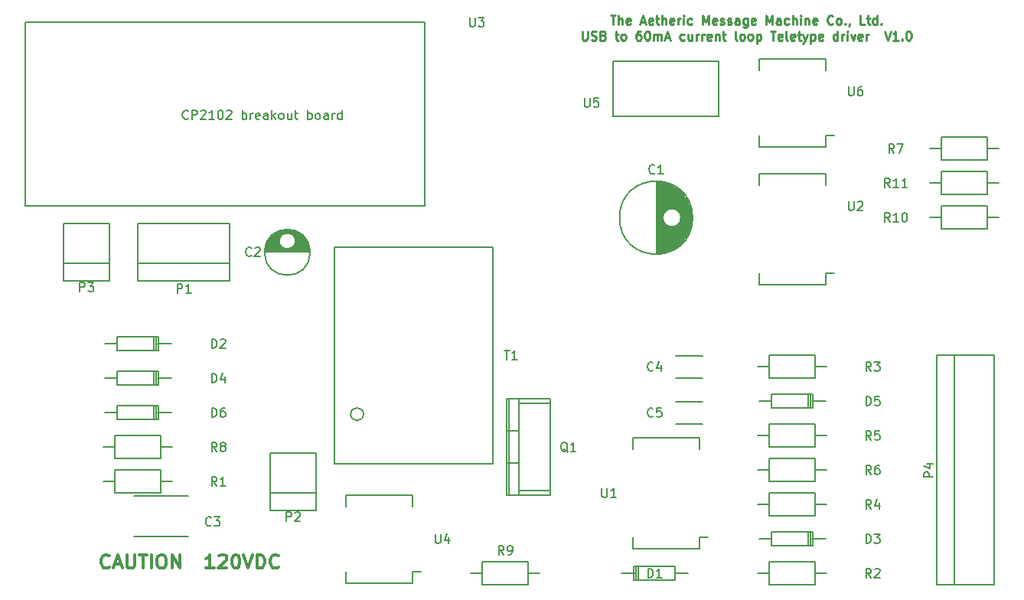
<source format=gbr>
G04 #@! TF.FileFunction,Legend,Top*
%FSLAX46Y46*%
G04 Gerber Fmt 4.6, Leading zero omitted, Abs format (unit mm)*
G04 Created by KiCad (PCBNEW 4.0.4+e1-6308~48~ubuntu14.04.1-stable) date Tue Oct 18 21:05:16 2016*
%MOMM*%
%LPD*%
G01*
G04 APERTURE LIST*
%ADD10C,0.100000*%
%ADD11C,0.300000*%
%ADD12C,0.250000*%
%ADD13C,0.150000*%
G04 APERTURE END LIST*
D10*
D11*
X65402144Y-144045714D02*
X65330715Y-144117143D01*
X65116429Y-144188571D01*
X64973572Y-144188571D01*
X64759287Y-144117143D01*
X64616429Y-143974286D01*
X64545001Y-143831429D01*
X64473572Y-143545714D01*
X64473572Y-143331429D01*
X64545001Y-143045714D01*
X64616429Y-142902857D01*
X64759287Y-142760000D01*
X64973572Y-142688571D01*
X65116429Y-142688571D01*
X65330715Y-142760000D01*
X65402144Y-142831429D01*
X65973572Y-143760000D02*
X66687858Y-143760000D01*
X65830715Y-144188571D02*
X66330715Y-142688571D01*
X66830715Y-144188571D01*
X67330715Y-142688571D02*
X67330715Y-143902857D01*
X67402143Y-144045714D01*
X67473572Y-144117143D01*
X67616429Y-144188571D01*
X67902143Y-144188571D01*
X68045001Y-144117143D01*
X68116429Y-144045714D01*
X68187858Y-143902857D01*
X68187858Y-142688571D01*
X68687858Y-142688571D02*
X69545001Y-142688571D01*
X69116430Y-144188571D02*
X69116430Y-142688571D01*
X70045001Y-144188571D02*
X70045001Y-142688571D01*
X71045001Y-142688571D02*
X71330715Y-142688571D01*
X71473573Y-142760000D01*
X71616430Y-142902857D01*
X71687858Y-143188571D01*
X71687858Y-143688571D01*
X71616430Y-143974286D01*
X71473573Y-144117143D01*
X71330715Y-144188571D01*
X71045001Y-144188571D01*
X70902144Y-144117143D01*
X70759287Y-143974286D01*
X70687858Y-143688571D01*
X70687858Y-143188571D01*
X70759287Y-142902857D01*
X70902144Y-142760000D01*
X71045001Y-142688571D01*
X72330716Y-144188571D02*
X72330716Y-142688571D01*
X73187859Y-144188571D01*
X73187859Y-142688571D01*
X76973573Y-144188571D02*
X76116430Y-144188571D01*
X76545002Y-144188571D02*
X76545002Y-142688571D01*
X76402145Y-142902857D01*
X76259287Y-143045714D01*
X76116430Y-143117143D01*
X77545001Y-142831429D02*
X77616430Y-142760000D01*
X77759287Y-142688571D01*
X78116430Y-142688571D01*
X78259287Y-142760000D01*
X78330716Y-142831429D01*
X78402144Y-142974286D01*
X78402144Y-143117143D01*
X78330716Y-143331429D01*
X77473573Y-144188571D01*
X78402144Y-144188571D01*
X79330715Y-142688571D02*
X79473572Y-142688571D01*
X79616429Y-142760000D01*
X79687858Y-142831429D01*
X79759287Y-142974286D01*
X79830715Y-143260000D01*
X79830715Y-143617143D01*
X79759287Y-143902857D01*
X79687858Y-144045714D01*
X79616429Y-144117143D01*
X79473572Y-144188571D01*
X79330715Y-144188571D01*
X79187858Y-144117143D01*
X79116429Y-144045714D01*
X79045001Y-143902857D01*
X78973572Y-143617143D01*
X78973572Y-143260000D01*
X79045001Y-142974286D01*
X79116429Y-142831429D01*
X79187858Y-142760000D01*
X79330715Y-142688571D01*
X80259286Y-142688571D02*
X80759286Y-144188571D01*
X81259286Y-142688571D01*
X81759286Y-144188571D02*
X81759286Y-142688571D01*
X82116429Y-142688571D01*
X82330714Y-142760000D01*
X82473572Y-142902857D01*
X82545000Y-143045714D01*
X82616429Y-143331429D01*
X82616429Y-143545714D01*
X82545000Y-143831429D01*
X82473572Y-143974286D01*
X82330714Y-144117143D01*
X82116429Y-144188571D01*
X81759286Y-144188571D01*
X84116429Y-144045714D02*
X84045000Y-144117143D01*
X83830714Y-144188571D01*
X83687857Y-144188571D01*
X83473572Y-144117143D01*
X83330714Y-143974286D01*
X83259286Y-143831429D01*
X83187857Y-143545714D01*
X83187857Y-143331429D01*
X83259286Y-143045714D01*
X83330714Y-142902857D01*
X83473572Y-142760000D01*
X83687857Y-142688571D01*
X83830714Y-142688571D01*
X84045000Y-142760000D01*
X84116429Y-142831429D01*
D12*
X120842380Y-83032381D02*
X121413809Y-83032381D01*
X121128094Y-84032381D02*
X121128094Y-83032381D01*
X121747142Y-84032381D02*
X121747142Y-83032381D01*
X122175714Y-84032381D02*
X122175714Y-83508571D01*
X122128095Y-83413333D01*
X122032857Y-83365714D01*
X121889999Y-83365714D01*
X121794761Y-83413333D01*
X121747142Y-83460952D01*
X123032857Y-83984762D02*
X122937619Y-84032381D01*
X122747142Y-84032381D01*
X122651904Y-83984762D01*
X122604285Y-83889524D01*
X122604285Y-83508571D01*
X122651904Y-83413333D01*
X122747142Y-83365714D01*
X122937619Y-83365714D01*
X123032857Y-83413333D01*
X123080476Y-83508571D01*
X123080476Y-83603810D01*
X122604285Y-83699048D01*
X124223333Y-83746667D02*
X124699524Y-83746667D01*
X124128095Y-84032381D02*
X124461428Y-83032381D01*
X124794762Y-84032381D01*
X125509048Y-83984762D02*
X125413810Y-84032381D01*
X125223333Y-84032381D01*
X125128095Y-83984762D01*
X125080476Y-83889524D01*
X125080476Y-83508571D01*
X125128095Y-83413333D01*
X125223333Y-83365714D01*
X125413810Y-83365714D01*
X125509048Y-83413333D01*
X125556667Y-83508571D01*
X125556667Y-83603810D01*
X125080476Y-83699048D01*
X125842381Y-83365714D02*
X126223333Y-83365714D01*
X125985238Y-83032381D02*
X125985238Y-83889524D01*
X126032857Y-83984762D01*
X126128095Y-84032381D01*
X126223333Y-84032381D01*
X126556667Y-84032381D02*
X126556667Y-83032381D01*
X126985239Y-84032381D02*
X126985239Y-83508571D01*
X126937620Y-83413333D01*
X126842382Y-83365714D01*
X126699524Y-83365714D01*
X126604286Y-83413333D01*
X126556667Y-83460952D01*
X127842382Y-83984762D02*
X127747144Y-84032381D01*
X127556667Y-84032381D01*
X127461429Y-83984762D01*
X127413810Y-83889524D01*
X127413810Y-83508571D01*
X127461429Y-83413333D01*
X127556667Y-83365714D01*
X127747144Y-83365714D01*
X127842382Y-83413333D01*
X127890001Y-83508571D01*
X127890001Y-83603810D01*
X127413810Y-83699048D01*
X128318572Y-84032381D02*
X128318572Y-83365714D01*
X128318572Y-83556190D02*
X128366191Y-83460952D01*
X128413810Y-83413333D01*
X128509048Y-83365714D01*
X128604287Y-83365714D01*
X128937620Y-84032381D02*
X128937620Y-83365714D01*
X128937620Y-83032381D02*
X128890001Y-83080000D01*
X128937620Y-83127619D01*
X128985239Y-83080000D01*
X128937620Y-83032381D01*
X128937620Y-83127619D01*
X129842382Y-83984762D02*
X129747144Y-84032381D01*
X129556667Y-84032381D01*
X129461429Y-83984762D01*
X129413810Y-83937143D01*
X129366191Y-83841905D01*
X129366191Y-83556190D01*
X129413810Y-83460952D01*
X129461429Y-83413333D01*
X129556667Y-83365714D01*
X129747144Y-83365714D01*
X129842382Y-83413333D01*
X131032858Y-84032381D02*
X131032858Y-83032381D01*
X131366192Y-83746667D01*
X131699525Y-83032381D01*
X131699525Y-84032381D01*
X132556668Y-83984762D02*
X132461430Y-84032381D01*
X132270953Y-84032381D01*
X132175715Y-83984762D01*
X132128096Y-83889524D01*
X132128096Y-83508571D01*
X132175715Y-83413333D01*
X132270953Y-83365714D01*
X132461430Y-83365714D01*
X132556668Y-83413333D01*
X132604287Y-83508571D01*
X132604287Y-83603810D01*
X132128096Y-83699048D01*
X132985239Y-83984762D02*
X133080477Y-84032381D01*
X133270953Y-84032381D01*
X133366192Y-83984762D01*
X133413811Y-83889524D01*
X133413811Y-83841905D01*
X133366192Y-83746667D01*
X133270953Y-83699048D01*
X133128096Y-83699048D01*
X133032858Y-83651429D01*
X132985239Y-83556190D01*
X132985239Y-83508571D01*
X133032858Y-83413333D01*
X133128096Y-83365714D01*
X133270953Y-83365714D01*
X133366192Y-83413333D01*
X133794763Y-83984762D02*
X133890001Y-84032381D01*
X134080477Y-84032381D01*
X134175716Y-83984762D01*
X134223335Y-83889524D01*
X134223335Y-83841905D01*
X134175716Y-83746667D01*
X134080477Y-83699048D01*
X133937620Y-83699048D01*
X133842382Y-83651429D01*
X133794763Y-83556190D01*
X133794763Y-83508571D01*
X133842382Y-83413333D01*
X133937620Y-83365714D01*
X134080477Y-83365714D01*
X134175716Y-83413333D01*
X135080478Y-84032381D02*
X135080478Y-83508571D01*
X135032859Y-83413333D01*
X134937621Y-83365714D01*
X134747144Y-83365714D01*
X134651906Y-83413333D01*
X135080478Y-83984762D02*
X134985240Y-84032381D01*
X134747144Y-84032381D01*
X134651906Y-83984762D01*
X134604287Y-83889524D01*
X134604287Y-83794286D01*
X134651906Y-83699048D01*
X134747144Y-83651429D01*
X134985240Y-83651429D01*
X135080478Y-83603810D01*
X135985240Y-83365714D02*
X135985240Y-84175238D01*
X135937621Y-84270476D01*
X135890002Y-84318095D01*
X135794763Y-84365714D01*
X135651906Y-84365714D01*
X135556668Y-84318095D01*
X135985240Y-83984762D02*
X135890002Y-84032381D01*
X135699525Y-84032381D01*
X135604287Y-83984762D01*
X135556668Y-83937143D01*
X135509049Y-83841905D01*
X135509049Y-83556190D01*
X135556668Y-83460952D01*
X135604287Y-83413333D01*
X135699525Y-83365714D01*
X135890002Y-83365714D01*
X135985240Y-83413333D01*
X136842383Y-83984762D02*
X136747145Y-84032381D01*
X136556668Y-84032381D01*
X136461430Y-83984762D01*
X136413811Y-83889524D01*
X136413811Y-83508571D01*
X136461430Y-83413333D01*
X136556668Y-83365714D01*
X136747145Y-83365714D01*
X136842383Y-83413333D01*
X136890002Y-83508571D01*
X136890002Y-83603810D01*
X136413811Y-83699048D01*
X138080478Y-84032381D02*
X138080478Y-83032381D01*
X138413812Y-83746667D01*
X138747145Y-83032381D01*
X138747145Y-84032381D01*
X139651907Y-84032381D02*
X139651907Y-83508571D01*
X139604288Y-83413333D01*
X139509050Y-83365714D01*
X139318573Y-83365714D01*
X139223335Y-83413333D01*
X139651907Y-83984762D02*
X139556669Y-84032381D01*
X139318573Y-84032381D01*
X139223335Y-83984762D01*
X139175716Y-83889524D01*
X139175716Y-83794286D01*
X139223335Y-83699048D01*
X139318573Y-83651429D01*
X139556669Y-83651429D01*
X139651907Y-83603810D01*
X140556669Y-83984762D02*
X140461431Y-84032381D01*
X140270954Y-84032381D01*
X140175716Y-83984762D01*
X140128097Y-83937143D01*
X140080478Y-83841905D01*
X140080478Y-83556190D01*
X140128097Y-83460952D01*
X140175716Y-83413333D01*
X140270954Y-83365714D01*
X140461431Y-83365714D01*
X140556669Y-83413333D01*
X140985240Y-84032381D02*
X140985240Y-83032381D01*
X141413812Y-84032381D02*
X141413812Y-83508571D01*
X141366193Y-83413333D01*
X141270955Y-83365714D01*
X141128097Y-83365714D01*
X141032859Y-83413333D01*
X140985240Y-83460952D01*
X141890002Y-84032381D02*
X141890002Y-83365714D01*
X141890002Y-83032381D02*
X141842383Y-83080000D01*
X141890002Y-83127619D01*
X141937621Y-83080000D01*
X141890002Y-83032381D01*
X141890002Y-83127619D01*
X142366192Y-83365714D02*
X142366192Y-84032381D01*
X142366192Y-83460952D02*
X142413811Y-83413333D01*
X142509049Y-83365714D01*
X142651907Y-83365714D01*
X142747145Y-83413333D01*
X142794764Y-83508571D01*
X142794764Y-84032381D01*
X143651907Y-83984762D02*
X143556669Y-84032381D01*
X143366192Y-84032381D01*
X143270954Y-83984762D01*
X143223335Y-83889524D01*
X143223335Y-83508571D01*
X143270954Y-83413333D01*
X143366192Y-83365714D01*
X143556669Y-83365714D01*
X143651907Y-83413333D01*
X143699526Y-83508571D01*
X143699526Y-83603810D01*
X143223335Y-83699048D01*
X145461431Y-83937143D02*
X145413812Y-83984762D01*
X145270955Y-84032381D01*
X145175717Y-84032381D01*
X145032859Y-83984762D01*
X144937621Y-83889524D01*
X144890002Y-83794286D01*
X144842383Y-83603810D01*
X144842383Y-83460952D01*
X144890002Y-83270476D01*
X144937621Y-83175238D01*
X145032859Y-83080000D01*
X145175717Y-83032381D01*
X145270955Y-83032381D01*
X145413812Y-83080000D01*
X145461431Y-83127619D01*
X146032859Y-84032381D02*
X145937621Y-83984762D01*
X145890002Y-83937143D01*
X145842383Y-83841905D01*
X145842383Y-83556190D01*
X145890002Y-83460952D01*
X145937621Y-83413333D01*
X146032859Y-83365714D01*
X146175717Y-83365714D01*
X146270955Y-83413333D01*
X146318574Y-83460952D01*
X146366193Y-83556190D01*
X146366193Y-83841905D01*
X146318574Y-83937143D01*
X146270955Y-83984762D01*
X146175717Y-84032381D01*
X146032859Y-84032381D01*
X146794764Y-83937143D02*
X146842383Y-83984762D01*
X146794764Y-84032381D01*
X146747145Y-83984762D01*
X146794764Y-83937143D01*
X146794764Y-84032381D01*
X147318573Y-83984762D02*
X147318573Y-84032381D01*
X147270954Y-84127619D01*
X147223335Y-84175238D01*
X148985240Y-84032381D02*
X148509049Y-84032381D01*
X148509049Y-83032381D01*
X149175716Y-83365714D02*
X149556668Y-83365714D01*
X149318573Y-83032381D02*
X149318573Y-83889524D01*
X149366192Y-83984762D01*
X149461430Y-84032381D01*
X149556668Y-84032381D01*
X150318574Y-84032381D02*
X150318574Y-83032381D01*
X150318574Y-83984762D02*
X150223336Y-84032381D01*
X150032859Y-84032381D01*
X149937621Y-83984762D01*
X149890002Y-83937143D01*
X149842383Y-83841905D01*
X149842383Y-83556190D01*
X149890002Y-83460952D01*
X149937621Y-83413333D01*
X150032859Y-83365714D01*
X150223336Y-83365714D01*
X150318574Y-83413333D01*
X150794764Y-83937143D02*
X150842383Y-83984762D01*
X150794764Y-84032381D01*
X150747145Y-83984762D01*
X150794764Y-83937143D01*
X150794764Y-84032381D01*
X117723330Y-84782381D02*
X117723330Y-85591905D01*
X117770949Y-85687143D01*
X117818568Y-85734762D01*
X117913806Y-85782381D01*
X118104283Y-85782381D01*
X118199521Y-85734762D01*
X118247140Y-85687143D01*
X118294759Y-85591905D01*
X118294759Y-84782381D01*
X118723330Y-85734762D02*
X118866187Y-85782381D01*
X119104283Y-85782381D01*
X119199521Y-85734762D01*
X119247140Y-85687143D01*
X119294759Y-85591905D01*
X119294759Y-85496667D01*
X119247140Y-85401429D01*
X119199521Y-85353810D01*
X119104283Y-85306190D01*
X118913806Y-85258571D01*
X118818568Y-85210952D01*
X118770949Y-85163333D01*
X118723330Y-85068095D01*
X118723330Y-84972857D01*
X118770949Y-84877619D01*
X118818568Y-84830000D01*
X118913806Y-84782381D01*
X119151902Y-84782381D01*
X119294759Y-84830000D01*
X120056664Y-85258571D02*
X120199521Y-85306190D01*
X120247140Y-85353810D01*
X120294759Y-85449048D01*
X120294759Y-85591905D01*
X120247140Y-85687143D01*
X120199521Y-85734762D01*
X120104283Y-85782381D01*
X119723330Y-85782381D01*
X119723330Y-84782381D01*
X120056664Y-84782381D01*
X120151902Y-84830000D01*
X120199521Y-84877619D01*
X120247140Y-84972857D01*
X120247140Y-85068095D01*
X120199521Y-85163333D01*
X120151902Y-85210952D01*
X120056664Y-85258571D01*
X119723330Y-85258571D01*
X121342378Y-85115714D02*
X121723330Y-85115714D01*
X121485235Y-84782381D02*
X121485235Y-85639524D01*
X121532854Y-85734762D01*
X121628092Y-85782381D01*
X121723330Y-85782381D01*
X122199521Y-85782381D02*
X122104283Y-85734762D01*
X122056664Y-85687143D01*
X122009045Y-85591905D01*
X122009045Y-85306190D01*
X122056664Y-85210952D01*
X122104283Y-85163333D01*
X122199521Y-85115714D01*
X122342379Y-85115714D01*
X122437617Y-85163333D01*
X122485236Y-85210952D01*
X122532855Y-85306190D01*
X122532855Y-85591905D01*
X122485236Y-85687143D01*
X122437617Y-85734762D01*
X122342379Y-85782381D01*
X122199521Y-85782381D01*
X124151903Y-84782381D02*
X123961426Y-84782381D01*
X123866188Y-84830000D01*
X123818569Y-84877619D01*
X123723331Y-85020476D01*
X123675712Y-85210952D01*
X123675712Y-85591905D01*
X123723331Y-85687143D01*
X123770950Y-85734762D01*
X123866188Y-85782381D01*
X124056665Y-85782381D01*
X124151903Y-85734762D01*
X124199522Y-85687143D01*
X124247141Y-85591905D01*
X124247141Y-85353810D01*
X124199522Y-85258571D01*
X124151903Y-85210952D01*
X124056665Y-85163333D01*
X123866188Y-85163333D01*
X123770950Y-85210952D01*
X123723331Y-85258571D01*
X123675712Y-85353810D01*
X124866188Y-84782381D02*
X124961427Y-84782381D01*
X125056665Y-84830000D01*
X125104284Y-84877619D01*
X125151903Y-84972857D01*
X125199522Y-85163333D01*
X125199522Y-85401429D01*
X125151903Y-85591905D01*
X125104284Y-85687143D01*
X125056665Y-85734762D01*
X124961427Y-85782381D01*
X124866188Y-85782381D01*
X124770950Y-85734762D01*
X124723331Y-85687143D01*
X124675712Y-85591905D01*
X124628093Y-85401429D01*
X124628093Y-85163333D01*
X124675712Y-84972857D01*
X124723331Y-84877619D01*
X124770950Y-84830000D01*
X124866188Y-84782381D01*
X125628093Y-85782381D02*
X125628093Y-85115714D01*
X125628093Y-85210952D02*
X125675712Y-85163333D01*
X125770950Y-85115714D01*
X125913808Y-85115714D01*
X126009046Y-85163333D01*
X126056665Y-85258571D01*
X126056665Y-85782381D01*
X126056665Y-85258571D02*
X126104284Y-85163333D01*
X126199522Y-85115714D01*
X126342379Y-85115714D01*
X126437617Y-85163333D01*
X126485236Y-85258571D01*
X126485236Y-85782381D01*
X126913807Y-85496667D02*
X127389998Y-85496667D01*
X126818569Y-85782381D02*
X127151902Y-84782381D01*
X127485236Y-85782381D01*
X129009046Y-85734762D02*
X128913808Y-85782381D01*
X128723331Y-85782381D01*
X128628093Y-85734762D01*
X128580474Y-85687143D01*
X128532855Y-85591905D01*
X128532855Y-85306190D01*
X128580474Y-85210952D01*
X128628093Y-85163333D01*
X128723331Y-85115714D01*
X128913808Y-85115714D01*
X129009046Y-85163333D01*
X129866189Y-85115714D02*
X129866189Y-85782381D01*
X129437617Y-85115714D02*
X129437617Y-85639524D01*
X129485236Y-85734762D01*
X129580474Y-85782381D01*
X129723332Y-85782381D01*
X129818570Y-85734762D01*
X129866189Y-85687143D01*
X130342379Y-85782381D02*
X130342379Y-85115714D01*
X130342379Y-85306190D02*
X130389998Y-85210952D01*
X130437617Y-85163333D01*
X130532855Y-85115714D01*
X130628094Y-85115714D01*
X130961427Y-85782381D02*
X130961427Y-85115714D01*
X130961427Y-85306190D02*
X131009046Y-85210952D01*
X131056665Y-85163333D01*
X131151903Y-85115714D01*
X131247142Y-85115714D01*
X131961428Y-85734762D02*
X131866190Y-85782381D01*
X131675713Y-85782381D01*
X131580475Y-85734762D01*
X131532856Y-85639524D01*
X131532856Y-85258571D01*
X131580475Y-85163333D01*
X131675713Y-85115714D01*
X131866190Y-85115714D01*
X131961428Y-85163333D01*
X132009047Y-85258571D01*
X132009047Y-85353810D01*
X131532856Y-85449048D01*
X132437618Y-85115714D02*
X132437618Y-85782381D01*
X132437618Y-85210952D02*
X132485237Y-85163333D01*
X132580475Y-85115714D01*
X132723333Y-85115714D01*
X132818571Y-85163333D01*
X132866190Y-85258571D01*
X132866190Y-85782381D01*
X133199523Y-85115714D02*
X133580475Y-85115714D01*
X133342380Y-84782381D02*
X133342380Y-85639524D01*
X133389999Y-85734762D01*
X133485237Y-85782381D01*
X133580475Y-85782381D01*
X134818571Y-85782381D02*
X134723333Y-85734762D01*
X134675714Y-85639524D01*
X134675714Y-84782381D01*
X135342381Y-85782381D02*
X135247143Y-85734762D01*
X135199524Y-85687143D01*
X135151905Y-85591905D01*
X135151905Y-85306190D01*
X135199524Y-85210952D01*
X135247143Y-85163333D01*
X135342381Y-85115714D01*
X135485239Y-85115714D01*
X135580477Y-85163333D01*
X135628096Y-85210952D01*
X135675715Y-85306190D01*
X135675715Y-85591905D01*
X135628096Y-85687143D01*
X135580477Y-85734762D01*
X135485239Y-85782381D01*
X135342381Y-85782381D01*
X136247143Y-85782381D02*
X136151905Y-85734762D01*
X136104286Y-85687143D01*
X136056667Y-85591905D01*
X136056667Y-85306190D01*
X136104286Y-85210952D01*
X136151905Y-85163333D01*
X136247143Y-85115714D01*
X136390001Y-85115714D01*
X136485239Y-85163333D01*
X136532858Y-85210952D01*
X136580477Y-85306190D01*
X136580477Y-85591905D01*
X136532858Y-85687143D01*
X136485239Y-85734762D01*
X136390001Y-85782381D01*
X136247143Y-85782381D01*
X137009048Y-85115714D02*
X137009048Y-86115714D01*
X137009048Y-85163333D02*
X137104286Y-85115714D01*
X137294763Y-85115714D01*
X137390001Y-85163333D01*
X137437620Y-85210952D01*
X137485239Y-85306190D01*
X137485239Y-85591905D01*
X137437620Y-85687143D01*
X137390001Y-85734762D01*
X137294763Y-85782381D01*
X137104286Y-85782381D01*
X137009048Y-85734762D01*
X138532858Y-84782381D02*
X139104287Y-84782381D01*
X138818572Y-85782381D02*
X138818572Y-84782381D01*
X139818573Y-85734762D02*
X139723335Y-85782381D01*
X139532858Y-85782381D01*
X139437620Y-85734762D01*
X139390001Y-85639524D01*
X139390001Y-85258571D01*
X139437620Y-85163333D01*
X139532858Y-85115714D01*
X139723335Y-85115714D01*
X139818573Y-85163333D01*
X139866192Y-85258571D01*
X139866192Y-85353810D01*
X139390001Y-85449048D01*
X140437620Y-85782381D02*
X140342382Y-85734762D01*
X140294763Y-85639524D01*
X140294763Y-84782381D01*
X141199526Y-85734762D02*
X141104288Y-85782381D01*
X140913811Y-85782381D01*
X140818573Y-85734762D01*
X140770954Y-85639524D01*
X140770954Y-85258571D01*
X140818573Y-85163333D01*
X140913811Y-85115714D01*
X141104288Y-85115714D01*
X141199526Y-85163333D01*
X141247145Y-85258571D01*
X141247145Y-85353810D01*
X140770954Y-85449048D01*
X141532859Y-85115714D02*
X141913811Y-85115714D01*
X141675716Y-84782381D02*
X141675716Y-85639524D01*
X141723335Y-85734762D01*
X141818573Y-85782381D01*
X141913811Y-85782381D01*
X142151907Y-85115714D02*
X142390002Y-85782381D01*
X142628098Y-85115714D02*
X142390002Y-85782381D01*
X142294764Y-86020476D01*
X142247145Y-86068095D01*
X142151907Y-86115714D01*
X143009050Y-85115714D02*
X143009050Y-86115714D01*
X143009050Y-85163333D02*
X143104288Y-85115714D01*
X143294765Y-85115714D01*
X143390003Y-85163333D01*
X143437622Y-85210952D01*
X143485241Y-85306190D01*
X143485241Y-85591905D01*
X143437622Y-85687143D01*
X143390003Y-85734762D01*
X143294765Y-85782381D01*
X143104288Y-85782381D01*
X143009050Y-85734762D01*
X144294765Y-85734762D02*
X144199527Y-85782381D01*
X144009050Y-85782381D01*
X143913812Y-85734762D01*
X143866193Y-85639524D01*
X143866193Y-85258571D01*
X143913812Y-85163333D01*
X144009050Y-85115714D01*
X144199527Y-85115714D01*
X144294765Y-85163333D01*
X144342384Y-85258571D01*
X144342384Y-85353810D01*
X143866193Y-85449048D01*
X145961432Y-85782381D02*
X145961432Y-84782381D01*
X145961432Y-85734762D02*
X145866194Y-85782381D01*
X145675717Y-85782381D01*
X145580479Y-85734762D01*
X145532860Y-85687143D01*
X145485241Y-85591905D01*
X145485241Y-85306190D01*
X145532860Y-85210952D01*
X145580479Y-85163333D01*
X145675717Y-85115714D01*
X145866194Y-85115714D01*
X145961432Y-85163333D01*
X146437622Y-85782381D02*
X146437622Y-85115714D01*
X146437622Y-85306190D02*
X146485241Y-85210952D01*
X146532860Y-85163333D01*
X146628098Y-85115714D01*
X146723337Y-85115714D01*
X147056670Y-85782381D02*
X147056670Y-85115714D01*
X147056670Y-84782381D02*
X147009051Y-84830000D01*
X147056670Y-84877619D01*
X147104289Y-84830000D01*
X147056670Y-84782381D01*
X147056670Y-84877619D01*
X147437622Y-85115714D02*
X147675717Y-85782381D01*
X147913813Y-85115714D01*
X148675718Y-85734762D02*
X148580480Y-85782381D01*
X148390003Y-85782381D01*
X148294765Y-85734762D01*
X148247146Y-85639524D01*
X148247146Y-85258571D01*
X148294765Y-85163333D01*
X148390003Y-85115714D01*
X148580480Y-85115714D01*
X148675718Y-85163333D01*
X148723337Y-85258571D01*
X148723337Y-85353810D01*
X148247146Y-85449048D01*
X149151908Y-85782381D02*
X149151908Y-85115714D01*
X149151908Y-85306190D02*
X149199527Y-85210952D01*
X149247146Y-85163333D01*
X149342384Y-85115714D01*
X149437623Y-85115714D01*
X151151909Y-84782381D02*
X151485242Y-85782381D01*
X151818576Y-84782381D01*
X152675719Y-85782381D02*
X152104290Y-85782381D01*
X152390004Y-85782381D02*
X152390004Y-84782381D01*
X152294766Y-84925238D01*
X152199528Y-85020476D01*
X152104290Y-85068095D01*
X153104290Y-85687143D02*
X153151909Y-85734762D01*
X153104290Y-85782381D01*
X153056671Y-85734762D01*
X153104290Y-85687143D01*
X153104290Y-85782381D01*
X153770956Y-84782381D02*
X153866195Y-84782381D01*
X153961433Y-84830000D01*
X154009052Y-84877619D01*
X154056671Y-84972857D01*
X154104290Y-85163333D01*
X154104290Y-85401429D01*
X154056671Y-85591905D01*
X154009052Y-85687143D01*
X153961433Y-85734762D01*
X153866195Y-85782381D01*
X153770956Y-85782381D01*
X153675718Y-85734762D01*
X153628099Y-85687143D01*
X153580480Y-85591905D01*
X153532861Y-85401429D01*
X153532861Y-85163333D01*
X153580480Y-84972857D01*
X153628099Y-84877619D01*
X153675718Y-84830000D01*
X153770956Y-84782381D01*
D13*
X56080000Y-104140000D02*
X56080000Y-83820000D01*
X100330000Y-104140000D02*
X56080000Y-104140000D01*
X100330000Y-83820000D02*
X100330000Y-104140000D01*
X56080000Y-83820000D02*
X100330000Y-83820000D01*
X144645000Y-97545000D02*
X144645000Y-96275000D01*
X137295000Y-97545000D02*
X137295000Y-96275000D01*
X137295000Y-87875000D02*
X137295000Y-89145000D01*
X144645000Y-87875000D02*
X144645000Y-89145000D01*
X144645000Y-97545000D02*
X137295000Y-97545000D01*
X144645000Y-87875000D02*
X137295000Y-87875000D01*
X144645000Y-96275000D02*
X145580000Y-96275000D01*
X60325000Y-110490000D02*
X65405000Y-110490000D01*
X60325000Y-106045000D02*
X65405000Y-106045000D01*
X65405000Y-112395000D02*
X60325000Y-112395000D01*
X65405000Y-112395000D02*
X65405000Y-106045000D01*
X60325000Y-112395000D02*
X60325000Y-106045000D01*
X82591000Y-109165000D02*
X87589000Y-109165000D01*
X82599000Y-109025000D02*
X87581000Y-109025000D01*
X82615000Y-108885000D02*
X84995000Y-108885000D01*
X85185000Y-108885000D02*
X87565000Y-108885000D01*
X82639000Y-108745000D02*
X84600000Y-108745000D01*
X85580000Y-108745000D02*
X87541000Y-108745000D01*
X82672000Y-108605000D02*
X84433000Y-108605000D01*
X85747000Y-108605000D02*
X87508000Y-108605000D01*
X82713000Y-108465000D02*
X84326000Y-108465000D01*
X85854000Y-108465000D02*
X87467000Y-108465000D01*
X82763000Y-108325000D02*
X84255000Y-108325000D01*
X85925000Y-108325000D02*
X87417000Y-108325000D01*
X82824000Y-108185000D02*
X84211000Y-108185000D01*
X85969000Y-108185000D02*
X87356000Y-108185000D01*
X82894000Y-108045000D02*
X84192000Y-108045000D01*
X85988000Y-108045000D02*
X87286000Y-108045000D01*
X82976000Y-107905000D02*
X84194000Y-107905000D01*
X85986000Y-107905000D02*
X87204000Y-107905000D01*
X83071000Y-107765000D02*
X84219000Y-107765000D01*
X85961000Y-107765000D02*
X87109000Y-107765000D01*
X83182000Y-107625000D02*
X84267000Y-107625000D01*
X85913000Y-107625000D02*
X86998000Y-107625000D01*
X83310000Y-107485000D02*
X84345000Y-107485000D01*
X85835000Y-107485000D02*
X86870000Y-107485000D01*
X83459000Y-107345000D02*
X84462000Y-107345000D01*
X85718000Y-107345000D02*
X86721000Y-107345000D01*
X83638000Y-107205000D02*
X84650000Y-107205000D01*
X85530000Y-107205000D02*
X86542000Y-107205000D01*
X83857000Y-107065000D02*
X86323000Y-107065000D01*
X84146000Y-106925000D02*
X86034000Y-106925000D01*
X84618000Y-106785000D02*
X85562000Y-106785000D01*
X85990000Y-107990000D02*
G75*
G03X85990000Y-107990000I-900000J0D01*
G01*
X87627500Y-109240000D02*
G75*
G03X87627500Y-109240000I-2537500J0D01*
G01*
X131060000Y-123170000D02*
X128060000Y-123170000D01*
X128060000Y-120670000D02*
X131060000Y-120670000D01*
X131060000Y-128250000D02*
X128060000Y-128250000D01*
X128060000Y-125750000D02*
X131060000Y-125750000D01*
X128016520Y-144777460D02*
X129413520Y-144777460D01*
X123571520Y-144777460D02*
X122047520Y-144777460D01*
X123952520Y-144015460D02*
X123952520Y-145539460D01*
X123698520Y-144015460D02*
X123698520Y-145539460D01*
X123444520Y-144777460D02*
X123444520Y-145539460D01*
X123444520Y-145539460D02*
X128016520Y-145539460D01*
X128016520Y-145539460D02*
X128016520Y-144015460D01*
X128016520Y-144015460D02*
X123444520Y-144015460D01*
X123444520Y-144015460D02*
X123444520Y-144777460D01*
X66293480Y-119382540D02*
X64896480Y-119382540D01*
X70738480Y-119382540D02*
X72262480Y-119382540D01*
X70357480Y-120144540D02*
X70357480Y-118620540D01*
X70611480Y-120144540D02*
X70611480Y-118620540D01*
X70865480Y-119382540D02*
X70865480Y-118620540D01*
X70865480Y-118620540D02*
X66293480Y-118620540D01*
X66293480Y-118620540D02*
X66293480Y-120144540D01*
X66293480Y-120144540D02*
X70865480Y-120144540D01*
X70865480Y-120144540D02*
X70865480Y-119382540D01*
X138683480Y-140972540D02*
X137286480Y-140972540D01*
X143128480Y-140972540D02*
X144652480Y-140972540D01*
X142747480Y-141734540D02*
X142747480Y-140210540D01*
X143001480Y-141734540D02*
X143001480Y-140210540D01*
X143255480Y-140972540D02*
X143255480Y-140210540D01*
X143255480Y-140210540D02*
X138683480Y-140210540D01*
X138683480Y-140210540D02*
X138683480Y-141734540D01*
X138683480Y-141734540D02*
X143255480Y-141734540D01*
X143255480Y-141734540D02*
X143255480Y-140972540D01*
X66293480Y-123192540D02*
X64896480Y-123192540D01*
X70738480Y-123192540D02*
X72262480Y-123192540D01*
X70357480Y-123954540D02*
X70357480Y-122430540D01*
X70611480Y-123954540D02*
X70611480Y-122430540D01*
X70865480Y-123192540D02*
X70865480Y-122430540D01*
X70865480Y-122430540D02*
X66293480Y-122430540D01*
X66293480Y-122430540D02*
X66293480Y-123954540D01*
X66293480Y-123954540D02*
X70865480Y-123954540D01*
X70865480Y-123954540D02*
X70865480Y-123192540D01*
X138683480Y-125732540D02*
X137286480Y-125732540D01*
X143128480Y-125732540D02*
X144652480Y-125732540D01*
X142747480Y-126494540D02*
X142747480Y-124970540D01*
X143001480Y-126494540D02*
X143001480Y-124970540D01*
X143255480Y-125732540D02*
X143255480Y-124970540D01*
X143255480Y-124970540D02*
X138683480Y-124970540D01*
X138683480Y-124970540D02*
X138683480Y-126494540D01*
X138683480Y-126494540D02*
X143255480Y-126494540D01*
X143255480Y-126494540D02*
X143255480Y-125732540D01*
X66293480Y-127002540D02*
X64896480Y-127002540D01*
X70738480Y-127002540D02*
X72262480Y-127002540D01*
X70357480Y-127764540D02*
X70357480Y-126240540D01*
X70611480Y-127764540D02*
X70611480Y-126240540D01*
X70865480Y-127002540D02*
X70865480Y-126240540D01*
X70865480Y-126240540D02*
X66293480Y-126240540D01*
X66293480Y-126240540D02*
X66293480Y-127764540D01*
X66293480Y-127764540D02*
X70865480Y-127764540D01*
X70865480Y-127764540D02*
X70865480Y-127002540D01*
X71120000Y-135890000D02*
X66040000Y-135890000D01*
X66040000Y-135890000D02*
X66040000Y-133350000D01*
X66040000Y-133350000D02*
X71120000Y-133350000D01*
X71120000Y-133350000D02*
X71120000Y-135890000D01*
X71120000Y-134620000D02*
X72390000Y-134620000D01*
X66040000Y-134620000D02*
X64770000Y-134620000D01*
X138430000Y-143510000D02*
X143510000Y-143510000D01*
X143510000Y-143510000D02*
X143510000Y-146050000D01*
X143510000Y-146050000D02*
X138430000Y-146050000D01*
X138430000Y-146050000D02*
X138430000Y-143510000D01*
X138430000Y-144780000D02*
X137160000Y-144780000D01*
X143510000Y-144780000D02*
X144780000Y-144780000D01*
X138430000Y-120650000D02*
X143510000Y-120650000D01*
X143510000Y-120650000D02*
X143510000Y-123190000D01*
X143510000Y-123190000D02*
X138430000Y-123190000D01*
X138430000Y-123190000D02*
X138430000Y-120650000D01*
X138430000Y-121920000D02*
X137160000Y-121920000D01*
X143510000Y-121920000D02*
X144780000Y-121920000D01*
X138430000Y-135890000D02*
X143510000Y-135890000D01*
X143510000Y-135890000D02*
X143510000Y-138430000D01*
X143510000Y-138430000D02*
X138430000Y-138430000D01*
X138430000Y-138430000D02*
X138430000Y-135890000D01*
X138430000Y-137160000D02*
X137160000Y-137160000D01*
X143510000Y-137160000D02*
X144780000Y-137160000D01*
X138430000Y-128270000D02*
X143510000Y-128270000D01*
X143510000Y-128270000D02*
X143510000Y-130810000D01*
X143510000Y-130810000D02*
X138430000Y-130810000D01*
X138430000Y-130810000D02*
X138430000Y-128270000D01*
X138430000Y-129540000D02*
X137160000Y-129540000D01*
X143510000Y-129540000D02*
X144780000Y-129540000D01*
X143510000Y-134620000D02*
X138430000Y-134620000D01*
X138430000Y-134620000D02*
X138430000Y-132080000D01*
X138430000Y-132080000D02*
X143510000Y-132080000D01*
X143510000Y-132080000D02*
X143510000Y-134620000D01*
X143510000Y-133350000D02*
X144780000Y-133350000D01*
X138430000Y-133350000D02*
X137160000Y-133350000D01*
X157480000Y-96520000D02*
X162560000Y-96520000D01*
X162560000Y-96520000D02*
X162560000Y-99060000D01*
X162560000Y-99060000D02*
X157480000Y-99060000D01*
X157480000Y-99060000D02*
X157480000Y-96520000D01*
X157480000Y-97790000D02*
X156210000Y-97790000D01*
X162560000Y-97790000D02*
X163830000Y-97790000D01*
X106680000Y-143510000D02*
X111760000Y-143510000D01*
X111760000Y-143510000D02*
X111760000Y-146050000D01*
X111760000Y-146050000D02*
X106680000Y-146050000D01*
X106680000Y-146050000D02*
X106680000Y-143510000D01*
X106680000Y-144780000D02*
X105410000Y-144780000D01*
X111760000Y-144780000D02*
X113030000Y-144780000D01*
X93517107Y-127150000D02*
G75*
G03X93517107Y-127150000I-707107J0D01*
G01*
X107810000Y-132650000D02*
X107810000Y-108650000D01*
X107810000Y-108650000D02*
X90310000Y-108650000D01*
X90310000Y-108650000D02*
X90310000Y-132650000D01*
X90310000Y-132650000D02*
X107810000Y-132650000D01*
X130675000Y-141995000D02*
X130675000Y-140725000D01*
X123325000Y-141995000D02*
X123325000Y-140725000D01*
X123325000Y-129785000D02*
X123325000Y-131055000D01*
X130675000Y-129785000D02*
X130675000Y-131055000D01*
X130675000Y-141995000D02*
X123325000Y-141995000D01*
X130675000Y-129785000D02*
X123325000Y-129785000D01*
X130675000Y-140725000D02*
X131610000Y-140725000D01*
X125960000Y-101411000D02*
X125960000Y-109409000D01*
X126100000Y-101416000D02*
X126100000Y-109404000D01*
X126240000Y-101426000D02*
X126240000Y-109394000D01*
X126380000Y-101441000D02*
X126380000Y-109379000D01*
X126520000Y-101461000D02*
X126520000Y-109359000D01*
X126660000Y-101486000D02*
X126660000Y-105188000D01*
X126660000Y-105632000D02*
X126660000Y-109334000D01*
X126800000Y-101516000D02*
X126800000Y-104860000D01*
X126800000Y-105960000D02*
X126800000Y-109304000D01*
X126940000Y-101552000D02*
X126940000Y-104691000D01*
X126940000Y-106129000D02*
X126940000Y-109268000D01*
X127080000Y-101593000D02*
X127080000Y-104578000D01*
X127080000Y-106242000D02*
X127080000Y-109227000D01*
X127220000Y-101639000D02*
X127220000Y-104500000D01*
X127220000Y-106320000D02*
X127220000Y-109181000D01*
X127360000Y-101692000D02*
X127360000Y-104449000D01*
X127360000Y-106371000D02*
X127360000Y-109128000D01*
X127500000Y-101751000D02*
X127500000Y-104419000D01*
X127500000Y-106401000D02*
X127500000Y-109069000D01*
X127640000Y-101816000D02*
X127640000Y-104410000D01*
X127640000Y-106410000D02*
X127640000Y-109004000D01*
X127780000Y-101887000D02*
X127780000Y-104421000D01*
X127780000Y-106399000D02*
X127780000Y-108933000D01*
X127920000Y-101966000D02*
X127920000Y-104451000D01*
X127920000Y-106369000D02*
X127920000Y-108854000D01*
X128060000Y-102053000D02*
X128060000Y-104505000D01*
X128060000Y-106315000D02*
X128060000Y-108767000D01*
X128200000Y-102148000D02*
X128200000Y-104585000D01*
X128200000Y-106235000D02*
X128200000Y-108672000D01*
X128340000Y-102252000D02*
X128340000Y-104701000D01*
X128340000Y-106119000D02*
X128340000Y-108568000D01*
X128480000Y-102366000D02*
X128480000Y-104875000D01*
X128480000Y-105945000D02*
X128480000Y-108454000D01*
X128620000Y-102491000D02*
X128620000Y-105237000D01*
X128620000Y-105583000D02*
X128620000Y-108329000D01*
X128760000Y-102629000D02*
X128760000Y-108191000D01*
X128900000Y-102781000D02*
X128900000Y-108039000D01*
X129040000Y-102951000D02*
X129040000Y-107869000D01*
X129180000Y-103142000D02*
X129180000Y-107678000D01*
X129320000Y-103360000D02*
X129320000Y-107460000D01*
X129460000Y-103616000D02*
X129460000Y-107204000D01*
X129600000Y-103927000D02*
X129600000Y-106893000D01*
X129740000Y-104343000D02*
X129740000Y-106477000D01*
X129880000Y-105210000D02*
X129880000Y-105610000D01*
X128635000Y-105410000D02*
G75*
G03X128635000Y-105410000I-1000000J0D01*
G01*
X129922500Y-105410000D02*
G75*
G03X129922500Y-105410000I-4037500J0D01*
G01*
X144645000Y-112785000D02*
X144645000Y-111515000D01*
X137295000Y-112785000D02*
X137295000Y-111515000D01*
X137295000Y-100575000D02*
X137295000Y-101845000D01*
X144645000Y-100575000D02*
X144645000Y-101845000D01*
X144645000Y-112785000D02*
X137295000Y-112785000D01*
X144645000Y-100575000D02*
X137295000Y-100575000D01*
X144645000Y-111515000D02*
X145580000Y-111515000D01*
X132842000Y-88138000D02*
X121158000Y-88138000D01*
X121158000Y-88138000D02*
X121158000Y-94234000D01*
X132842000Y-88138000D02*
X132842000Y-94234000D01*
X132842000Y-94234000D02*
X121158000Y-94234000D01*
X98925000Y-145805000D02*
X98925000Y-144535000D01*
X91575000Y-145805000D02*
X91575000Y-144535000D01*
X91575000Y-136135000D02*
X91575000Y-137405000D01*
X98925000Y-136135000D02*
X98925000Y-137405000D01*
X98925000Y-145805000D02*
X91575000Y-145805000D01*
X98925000Y-136135000D02*
X91575000Y-136135000D01*
X98925000Y-144535000D02*
X99860000Y-144535000D01*
X157480000Y-104140000D02*
X162560000Y-104140000D01*
X162560000Y-104140000D02*
X162560000Y-106680000D01*
X162560000Y-106680000D02*
X157480000Y-106680000D01*
X157480000Y-106680000D02*
X157480000Y-104140000D01*
X157480000Y-105410000D02*
X156210000Y-105410000D01*
X162560000Y-105410000D02*
X163830000Y-105410000D01*
X157480000Y-100330000D02*
X162560000Y-100330000D01*
X162560000Y-100330000D02*
X162560000Y-102870000D01*
X162560000Y-102870000D02*
X157480000Y-102870000D01*
X157480000Y-102870000D02*
X157480000Y-100330000D01*
X157480000Y-101600000D02*
X156210000Y-101600000D01*
X162560000Y-101600000D02*
X163830000Y-101600000D01*
X71120000Y-112395000D02*
X68580000Y-112395000D01*
X71120000Y-106045000D02*
X68580000Y-106045000D01*
X71120000Y-110490000D02*
X68580000Y-110490000D01*
X78740000Y-112395000D02*
X78740000Y-106045000D01*
X68580000Y-112395000D02*
X68580000Y-106045000D01*
X71120000Y-110490000D02*
X78740000Y-110490000D01*
X78740000Y-112395000D02*
X71120000Y-112395000D01*
X71120000Y-106045000D02*
X78740000Y-106045000D01*
X83185000Y-135890000D02*
X88265000Y-135890000D01*
X83185000Y-131445000D02*
X88265000Y-131445000D01*
X88265000Y-137795000D02*
X83185000Y-137795000D01*
X88265000Y-137795000D02*
X88265000Y-131445000D01*
X83185000Y-137795000D02*
X83185000Y-131445000D01*
X156972000Y-135890000D02*
X156972000Y-120650000D01*
X163322000Y-135890000D02*
X163322000Y-120650000D01*
X156972000Y-138430000D02*
X156972000Y-135890000D01*
X163322000Y-138430000D02*
X163322000Y-135890000D01*
X158877000Y-138430000D02*
X158877000Y-135890000D01*
X156972000Y-146050000D02*
X163322000Y-146050000D01*
X156972000Y-120650000D02*
X163322000Y-120650000D01*
X158877000Y-138430000D02*
X158877000Y-146050000D01*
X156972000Y-146050000D02*
X156972000Y-138430000D01*
X163322000Y-138430000D02*
X163322000Y-146050000D01*
X158877000Y-128270000D02*
X158877000Y-135890000D01*
X158877000Y-128270000D02*
X158877000Y-123190000D01*
X158877000Y-123190000D02*
X158877000Y-120650000D01*
X110744000Y-125984000D02*
X114173000Y-125984000D01*
X110744000Y-135636000D02*
X114173000Y-135636000D01*
X109601000Y-125476000D02*
X109601000Y-136144000D01*
X110617000Y-129032000D02*
X109347000Y-129032000D01*
X110617000Y-132588000D02*
X109347000Y-132588000D01*
X110744000Y-136144000D02*
X110744000Y-125476000D01*
X114173000Y-125476000D02*
X114173000Y-136144000D01*
X109347000Y-136144000D02*
X114173000Y-136144000D01*
X109347000Y-125476000D02*
X114173000Y-125476000D01*
X109347000Y-125476000D02*
X109347000Y-136144000D01*
X74160000Y-140680000D02*
X68160000Y-140680000D01*
X68160000Y-136180000D02*
X74160000Y-136180000D01*
X71120000Y-132080000D02*
X66040000Y-132080000D01*
X66040000Y-132080000D02*
X66040000Y-129540000D01*
X66040000Y-129540000D02*
X71120000Y-129540000D01*
X71120000Y-129540000D02*
X71120000Y-132080000D01*
X71120000Y-130810000D02*
X72390000Y-130810000D01*
X66040000Y-130810000D02*
X64770000Y-130810000D01*
X105283095Y-83272381D02*
X105283095Y-84081905D01*
X105330714Y-84177143D01*
X105378333Y-84224762D01*
X105473571Y-84272381D01*
X105664048Y-84272381D01*
X105759286Y-84224762D01*
X105806905Y-84177143D01*
X105854524Y-84081905D01*
X105854524Y-83272381D01*
X106235476Y-83272381D02*
X106854524Y-83272381D01*
X106521190Y-83653333D01*
X106664048Y-83653333D01*
X106759286Y-83700952D01*
X106806905Y-83748571D01*
X106854524Y-83843810D01*
X106854524Y-84081905D01*
X106806905Y-84177143D01*
X106759286Y-84224762D01*
X106664048Y-84272381D01*
X106378333Y-84272381D01*
X106283095Y-84224762D01*
X106235476Y-84177143D01*
X74115713Y-94427143D02*
X74068094Y-94474762D01*
X73925237Y-94522381D01*
X73829999Y-94522381D01*
X73687141Y-94474762D01*
X73591903Y-94379524D01*
X73544284Y-94284286D01*
X73496665Y-94093810D01*
X73496665Y-93950952D01*
X73544284Y-93760476D01*
X73591903Y-93665238D01*
X73687141Y-93570000D01*
X73829999Y-93522381D01*
X73925237Y-93522381D01*
X74068094Y-93570000D01*
X74115713Y-93617619D01*
X74544284Y-94522381D02*
X74544284Y-93522381D01*
X74925237Y-93522381D01*
X75020475Y-93570000D01*
X75068094Y-93617619D01*
X75115713Y-93712857D01*
X75115713Y-93855714D01*
X75068094Y-93950952D01*
X75020475Y-93998571D01*
X74925237Y-94046190D01*
X74544284Y-94046190D01*
X75496665Y-93617619D02*
X75544284Y-93570000D01*
X75639522Y-93522381D01*
X75877618Y-93522381D01*
X75972856Y-93570000D01*
X76020475Y-93617619D01*
X76068094Y-93712857D01*
X76068094Y-93808095D01*
X76020475Y-93950952D01*
X75449046Y-94522381D01*
X76068094Y-94522381D01*
X77020475Y-94522381D02*
X76449046Y-94522381D01*
X76734760Y-94522381D02*
X76734760Y-93522381D01*
X76639522Y-93665238D01*
X76544284Y-93760476D01*
X76449046Y-93808095D01*
X77639522Y-93522381D02*
X77734761Y-93522381D01*
X77829999Y-93570000D01*
X77877618Y-93617619D01*
X77925237Y-93712857D01*
X77972856Y-93903333D01*
X77972856Y-94141429D01*
X77925237Y-94331905D01*
X77877618Y-94427143D01*
X77829999Y-94474762D01*
X77734761Y-94522381D01*
X77639522Y-94522381D01*
X77544284Y-94474762D01*
X77496665Y-94427143D01*
X77449046Y-94331905D01*
X77401427Y-94141429D01*
X77401427Y-93903333D01*
X77449046Y-93712857D01*
X77496665Y-93617619D01*
X77544284Y-93570000D01*
X77639522Y-93522381D01*
X78353808Y-93617619D02*
X78401427Y-93570000D01*
X78496665Y-93522381D01*
X78734761Y-93522381D01*
X78829999Y-93570000D01*
X78877618Y-93617619D01*
X78925237Y-93712857D01*
X78925237Y-93808095D01*
X78877618Y-93950952D01*
X78306189Y-94522381D01*
X78925237Y-94522381D01*
X80115713Y-94522381D02*
X80115713Y-93522381D01*
X80115713Y-93903333D02*
X80210951Y-93855714D01*
X80401428Y-93855714D01*
X80496666Y-93903333D01*
X80544285Y-93950952D01*
X80591904Y-94046190D01*
X80591904Y-94331905D01*
X80544285Y-94427143D01*
X80496666Y-94474762D01*
X80401428Y-94522381D01*
X80210951Y-94522381D01*
X80115713Y-94474762D01*
X81020475Y-94522381D02*
X81020475Y-93855714D01*
X81020475Y-94046190D02*
X81068094Y-93950952D01*
X81115713Y-93903333D01*
X81210951Y-93855714D01*
X81306190Y-93855714D01*
X82020476Y-94474762D02*
X81925238Y-94522381D01*
X81734761Y-94522381D01*
X81639523Y-94474762D01*
X81591904Y-94379524D01*
X81591904Y-93998571D01*
X81639523Y-93903333D01*
X81734761Y-93855714D01*
X81925238Y-93855714D01*
X82020476Y-93903333D01*
X82068095Y-93998571D01*
X82068095Y-94093810D01*
X81591904Y-94189048D01*
X82925238Y-94522381D02*
X82925238Y-93998571D01*
X82877619Y-93903333D01*
X82782381Y-93855714D01*
X82591904Y-93855714D01*
X82496666Y-93903333D01*
X82925238Y-94474762D02*
X82830000Y-94522381D01*
X82591904Y-94522381D01*
X82496666Y-94474762D01*
X82449047Y-94379524D01*
X82449047Y-94284286D01*
X82496666Y-94189048D01*
X82591904Y-94141429D01*
X82830000Y-94141429D01*
X82925238Y-94093810D01*
X83401428Y-94522381D02*
X83401428Y-93522381D01*
X83496666Y-94141429D02*
X83782381Y-94522381D01*
X83782381Y-93855714D02*
X83401428Y-94236667D01*
X84353809Y-94522381D02*
X84258571Y-94474762D01*
X84210952Y-94427143D01*
X84163333Y-94331905D01*
X84163333Y-94046190D01*
X84210952Y-93950952D01*
X84258571Y-93903333D01*
X84353809Y-93855714D01*
X84496667Y-93855714D01*
X84591905Y-93903333D01*
X84639524Y-93950952D01*
X84687143Y-94046190D01*
X84687143Y-94331905D01*
X84639524Y-94427143D01*
X84591905Y-94474762D01*
X84496667Y-94522381D01*
X84353809Y-94522381D01*
X85544286Y-93855714D02*
X85544286Y-94522381D01*
X85115714Y-93855714D02*
X85115714Y-94379524D01*
X85163333Y-94474762D01*
X85258571Y-94522381D01*
X85401429Y-94522381D01*
X85496667Y-94474762D01*
X85544286Y-94427143D01*
X85877619Y-93855714D02*
X86258571Y-93855714D01*
X86020476Y-93522381D02*
X86020476Y-94379524D01*
X86068095Y-94474762D01*
X86163333Y-94522381D01*
X86258571Y-94522381D01*
X87353810Y-94522381D02*
X87353810Y-93522381D01*
X87353810Y-93903333D02*
X87449048Y-93855714D01*
X87639525Y-93855714D01*
X87734763Y-93903333D01*
X87782382Y-93950952D01*
X87830001Y-94046190D01*
X87830001Y-94331905D01*
X87782382Y-94427143D01*
X87734763Y-94474762D01*
X87639525Y-94522381D01*
X87449048Y-94522381D01*
X87353810Y-94474762D01*
X88401429Y-94522381D02*
X88306191Y-94474762D01*
X88258572Y-94427143D01*
X88210953Y-94331905D01*
X88210953Y-94046190D01*
X88258572Y-93950952D01*
X88306191Y-93903333D01*
X88401429Y-93855714D01*
X88544287Y-93855714D01*
X88639525Y-93903333D01*
X88687144Y-93950952D01*
X88734763Y-94046190D01*
X88734763Y-94331905D01*
X88687144Y-94427143D01*
X88639525Y-94474762D01*
X88544287Y-94522381D01*
X88401429Y-94522381D01*
X89591906Y-94522381D02*
X89591906Y-93998571D01*
X89544287Y-93903333D01*
X89449049Y-93855714D01*
X89258572Y-93855714D01*
X89163334Y-93903333D01*
X89591906Y-94474762D02*
X89496668Y-94522381D01*
X89258572Y-94522381D01*
X89163334Y-94474762D01*
X89115715Y-94379524D01*
X89115715Y-94284286D01*
X89163334Y-94189048D01*
X89258572Y-94141429D01*
X89496668Y-94141429D01*
X89591906Y-94093810D01*
X90068096Y-94522381D02*
X90068096Y-93855714D01*
X90068096Y-94046190D02*
X90115715Y-93950952D01*
X90163334Y-93903333D01*
X90258572Y-93855714D01*
X90353811Y-93855714D01*
X91115716Y-94522381D02*
X91115716Y-93522381D01*
X91115716Y-94474762D02*
X91020478Y-94522381D01*
X90830001Y-94522381D01*
X90734763Y-94474762D01*
X90687144Y-94427143D01*
X90639525Y-94331905D01*
X90639525Y-94046190D01*
X90687144Y-93950952D01*
X90734763Y-93903333D01*
X90830001Y-93855714D01*
X91020478Y-93855714D01*
X91115716Y-93903333D01*
X147193095Y-90892381D02*
X147193095Y-91701905D01*
X147240714Y-91797143D01*
X147288333Y-91844762D01*
X147383571Y-91892381D01*
X147574048Y-91892381D01*
X147669286Y-91844762D01*
X147716905Y-91797143D01*
X147764524Y-91701905D01*
X147764524Y-90892381D01*
X148669286Y-90892381D02*
X148478809Y-90892381D01*
X148383571Y-90940000D01*
X148335952Y-90987619D01*
X148240714Y-91130476D01*
X148193095Y-91320952D01*
X148193095Y-91701905D01*
X148240714Y-91797143D01*
X148288333Y-91844762D01*
X148383571Y-91892381D01*
X148574048Y-91892381D01*
X148669286Y-91844762D01*
X148716905Y-91797143D01*
X148764524Y-91701905D01*
X148764524Y-91463810D01*
X148716905Y-91368571D01*
X148669286Y-91320952D01*
X148574048Y-91273333D01*
X148383571Y-91273333D01*
X148288333Y-91320952D01*
X148240714Y-91368571D01*
X148193095Y-91463810D01*
X62126905Y-113572381D02*
X62126905Y-112572381D01*
X62507858Y-112572381D01*
X62603096Y-112620000D01*
X62650715Y-112667619D01*
X62698334Y-112762857D01*
X62698334Y-112905714D01*
X62650715Y-113000952D01*
X62603096Y-113048571D01*
X62507858Y-113096190D01*
X62126905Y-113096190D01*
X63031667Y-112572381D02*
X63650715Y-112572381D01*
X63317381Y-112953333D01*
X63460239Y-112953333D01*
X63555477Y-113000952D01*
X63603096Y-113048571D01*
X63650715Y-113143810D01*
X63650715Y-113381905D01*
X63603096Y-113477143D01*
X63555477Y-113524762D01*
X63460239Y-113572381D01*
X63174524Y-113572381D01*
X63079286Y-113524762D01*
X63031667Y-113477143D01*
X81123334Y-109597143D02*
X81075715Y-109644762D01*
X80932858Y-109692381D01*
X80837620Y-109692381D01*
X80694762Y-109644762D01*
X80599524Y-109549524D01*
X80551905Y-109454286D01*
X80504286Y-109263810D01*
X80504286Y-109120952D01*
X80551905Y-108930476D01*
X80599524Y-108835238D01*
X80694762Y-108740000D01*
X80837620Y-108692381D01*
X80932858Y-108692381D01*
X81075715Y-108740000D01*
X81123334Y-108787619D01*
X81504286Y-108787619D02*
X81551905Y-108740000D01*
X81647143Y-108692381D01*
X81885239Y-108692381D01*
X81980477Y-108740000D01*
X82028096Y-108787619D01*
X82075715Y-108882857D01*
X82075715Y-108978095D01*
X82028096Y-109120952D01*
X81456667Y-109692381D01*
X82075715Y-109692381D01*
X125563334Y-122277143D02*
X125515715Y-122324762D01*
X125372858Y-122372381D01*
X125277620Y-122372381D01*
X125134762Y-122324762D01*
X125039524Y-122229524D01*
X124991905Y-122134286D01*
X124944286Y-121943810D01*
X124944286Y-121800952D01*
X124991905Y-121610476D01*
X125039524Y-121515238D01*
X125134762Y-121420000D01*
X125277620Y-121372381D01*
X125372858Y-121372381D01*
X125515715Y-121420000D01*
X125563334Y-121467619D01*
X126420477Y-121705714D02*
X126420477Y-122372381D01*
X126182381Y-121324762D02*
X125944286Y-122039048D01*
X126563334Y-122039048D01*
X125563334Y-127357143D02*
X125515715Y-127404762D01*
X125372858Y-127452381D01*
X125277620Y-127452381D01*
X125134762Y-127404762D01*
X125039524Y-127309524D01*
X124991905Y-127214286D01*
X124944286Y-127023810D01*
X124944286Y-126880952D01*
X124991905Y-126690476D01*
X125039524Y-126595238D01*
X125134762Y-126500000D01*
X125277620Y-126452381D01*
X125372858Y-126452381D01*
X125515715Y-126500000D01*
X125563334Y-126547619D01*
X126468096Y-126452381D02*
X125991905Y-126452381D01*
X125944286Y-126928571D01*
X125991905Y-126880952D01*
X126087143Y-126833333D01*
X126325239Y-126833333D01*
X126420477Y-126880952D01*
X126468096Y-126928571D01*
X126515715Y-127023810D01*
X126515715Y-127261905D01*
X126468096Y-127357143D01*
X126420477Y-127404762D01*
X126325239Y-127452381D01*
X126087143Y-127452381D01*
X125991905Y-127404762D01*
X125944286Y-127357143D01*
X124991905Y-145232381D02*
X124991905Y-144232381D01*
X125230000Y-144232381D01*
X125372858Y-144280000D01*
X125468096Y-144375238D01*
X125515715Y-144470476D01*
X125563334Y-144660952D01*
X125563334Y-144803810D01*
X125515715Y-144994286D01*
X125468096Y-145089524D01*
X125372858Y-145184762D01*
X125230000Y-145232381D01*
X124991905Y-145232381D01*
X126515715Y-145232381D02*
X125944286Y-145232381D01*
X126230000Y-145232381D02*
X126230000Y-144232381D01*
X126134762Y-144375238D01*
X126039524Y-144470476D01*
X125944286Y-144518095D01*
X76731905Y-119832381D02*
X76731905Y-118832381D01*
X76970000Y-118832381D01*
X77112858Y-118880000D01*
X77208096Y-118975238D01*
X77255715Y-119070476D01*
X77303334Y-119260952D01*
X77303334Y-119403810D01*
X77255715Y-119594286D01*
X77208096Y-119689524D01*
X77112858Y-119784762D01*
X76970000Y-119832381D01*
X76731905Y-119832381D01*
X77684286Y-118927619D02*
X77731905Y-118880000D01*
X77827143Y-118832381D01*
X78065239Y-118832381D01*
X78160477Y-118880000D01*
X78208096Y-118927619D01*
X78255715Y-119022857D01*
X78255715Y-119118095D01*
X78208096Y-119260952D01*
X77636667Y-119832381D01*
X78255715Y-119832381D01*
X149121905Y-141422381D02*
X149121905Y-140422381D01*
X149360000Y-140422381D01*
X149502858Y-140470000D01*
X149598096Y-140565238D01*
X149645715Y-140660476D01*
X149693334Y-140850952D01*
X149693334Y-140993810D01*
X149645715Y-141184286D01*
X149598096Y-141279524D01*
X149502858Y-141374762D01*
X149360000Y-141422381D01*
X149121905Y-141422381D01*
X150026667Y-140422381D02*
X150645715Y-140422381D01*
X150312381Y-140803333D01*
X150455239Y-140803333D01*
X150550477Y-140850952D01*
X150598096Y-140898571D01*
X150645715Y-140993810D01*
X150645715Y-141231905D01*
X150598096Y-141327143D01*
X150550477Y-141374762D01*
X150455239Y-141422381D01*
X150169524Y-141422381D01*
X150074286Y-141374762D01*
X150026667Y-141327143D01*
X76731905Y-123642381D02*
X76731905Y-122642381D01*
X76970000Y-122642381D01*
X77112858Y-122690000D01*
X77208096Y-122785238D01*
X77255715Y-122880476D01*
X77303334Y-123070952D01*
X77303334Y-123213810D01*
X77255715Y-123404286D01*
X77208096Y-123499524D01*
X77112858Y-123594762D01*
X76970000Y-123642381D01*
X76731905Y-123642381D01*
X78160477Y-122975714D02*
X78160477Y-123642381D01*
X77922381Y-122594762D02*
X77684286Y-123309048D01*
X78303334Y-123309048D01*
X149121905Y-126182381D02*
X149121905Y-125182381D01*
X149360000Y-125182381D01*
X149502858Y-125230000D01*
X149598096Y-125325238D01*
X149645715Y-125420476D01*
X149693334Y-125610952D01*
X149693334Y-125753810D01*
X149645715Y-125944286D01*
X149598096Y-126039524D01*
X149502858Y-126134762D01*
X149360000Y-126182381D01*
X149121905Y-126182381D01*
X150598096Y-125182381D02*
X150121905Y-125182381D01*
X150074286Y-125658571D01*
X150121905Y-125610952D01*
X150217143Y-125563333D01*
X150455239Y-125563333D01*
X150550477Y-125610952D01*
X150598096Y-125658571D01*
X150645715Y-125753810D01*
X150645715Y-125991905D01*
X150598096Y-126087143D01*
X150550477Y-126134762D01*
X150455239Y-126182381D01*
X150217143Y-126182381D01*
X150121905Y-126134762D01*
X150074286Y-126087143D01*
X76731905Y-127452381D02*
X76731905Y-126452381D01*
X76970000Y-126452381D01*
X77112858Y-126500000D01*
X77208096Y-126595238D01*
X77255715Y-126690476D01*
X77303334Y-126880952D01*
X77303334Y-127023810D01*
X77255715Y-127214286D01*
X77208096Y-127309524D01*
X77112858Y-127404762D01*
X76970000Y-127452381D01*
X76731905Y-127452381D01*
X78160477Y-126452381D02*
X77970000Y-126452381D01*
X77874762Y-126500000D01*
X77827143Y-126547619D01*
X77731905Y-126690476D01*
X77684286Y-126880952D01*
X77684286Y-127261905D01*
X77731905Y-127357143D01*
X77779524Y-127404762D01*
X77874762Y-127452381D01*
X78065239Y-127452381D01*
X78160477Y-127404762D01*
X78208096Y-127357143D01*
X78255715Y-127261905D01*
X78255715Y-127023810D01*
X78208096Y-126928571D01*
X78160477Y-126880952D01*
X78065239Y-126833333D01*
X77874762Y-126833333D01*
X77779524Y-126880952D01*
X77731905Y-126928571D01*
X77684286Y-127023810D01*
X77303334Y-135072381D02*
X76970000Y-134596190D01*
X76731905Y-135072381D02*
X76731905Y-134072381D01*
X77112858Y-134072381D01*
X77208096Y-134120000D01*
X77255715Y-134167619D01*
X77303334Y-134262857D01*
X77303334Y-134405714D01*
X77255715Y-134500952D01*
X77208096Y-134548571D01*
X77112858Y-134596190D01*
X76731905Y-134596190D01*
X78255715Y-135072381D02*
X77684286Y-135072381D01*
X77970000Y-135072381D02*
X77970000Y-134072381D01*
X77874762Y-134215238D01*
X77779524Y-134310476D01*
X77684286Y-134358095D01*
X149693334Y-145232381D02*
X149360000Y-144756190D01*
X149121905Y-145232381D02*
X149121905Y-144232381D01*
X149502858Y-144232381D01*
X149598096Y-144280000D01*
X149645715Y-144327619D01*
X149693334Y-144422857D01*
X149693334Y-144565714D01*
X149645715Y-144660952D01*
X149598096Y-144708571D01*
X149502858Y-144756190D01*
X149121905Y-144756190D01*
X150074286Y-144327619D02*
X150121905Y-144280000D01*
X150217143Y-144232381D01*
X150455239Y-144232381D01*
X150550477Y-144280000D01*
X150598096Y-144327619D01*
X150645715Y-144422857D01*
X150645715Y-144518095D01*
X150598096Y-144660952D01*
X150026667Y-145232381D01*
X150645715Y-145232381D01*
X149693334Y-122372381D02*
X149360000Y-121896190D01*
X149121905Y-122372381D02*
X149121905Y-121372381D01*
X149502858Y-121372381D01*
X149598096Y-121420000D01*
X149645715Y-121467619D01*
X149693334Y-121562857D01*
X149693334Y-121705714D01*
X149645715Y-121800952D01*
X149598096Y-121848571D01*
X149502858Y-121896190D01*
X149121905Y-121896190D01*
X150026667Y-121372381D02*
X150645715Y-121372381D01*
X150312381Y-121753333D01*
X150455239Y-121753333D01*
X150550477Y-121800952D01*
X150598096Y-121848571D01*
X150645715Y-121943810D01*
X150645715Y-122181905D01*
X150598096Y-122277143D01*
X150550477Y-122324762D01*
X150455239Y-122372381D01*
X150169524Y-122372381D01*
X150074286Y-122324762D01*
X150026667Y-122277143D01*
X149693334Y-137612381D02*
X149360000Y-137136190D01*
X149121905Y-137612381D02*
X149121905Y-136612381D01*
X149502858Y-136612381D01*
X149598096Y-136660000D01*
X149645715Y-136707619D01*
X149693334Y-136802857D01*
X149693334Y-136945714D01*
X149645715Y-137040952D01*
X149598096Y-137088571D01*
X149502858Y-137136190D01*
X149121905Y-137136190D01*
X150550477Y-136945714D02*
X150550477Y-137612381D01*
X150312381Y-136564762D02*
X150074286Y-137279048D01*
X150693334Y-137279048D01*
X149693334Y-129992381D02*
X149360000Y-129516190D01*
X149121905Y-129992381D02*
X149121905Y-128992381D01*
X149502858Y-128992381D01*
X149598096Y-129040000D01*
X149645715Y-129087619D01*
X149693334Y-129182857D01*
X149693334Y-129325714D01*
X149645715Y-129420952D01*
X149598096Y-129468571D01*
X149502858Y-129516190D01*
X149121905Y-129516190D01*
X150598096Y-128992381D02*
X150121905Y-128992381D01*
X150074286Y-129468571D01*
X150121905Y-129420952D01*
X150217143Y-129373333D01*
X150455239Y-129373333D01*
X150550477Y-129420952D01*
X150598096Y-129468571D01*
X150645715Y-129563810D01*
X150645715Y-129801905D01*
X150598096Y-129897143D01*
X150550477Y-129944762D01*
X150455239Y-129992381D01*
X150217143Y-129992381D01*
X150121905Y-129944762D01*
X150074286Y-129897143D01*
X149693334Y-133802381D02*
X149360000Y-133326190D01*
X149121905Y-133802381D02*
X149121905Y-132802381D01*
X149502858Y-132802381D01*
X149598096Y-132850000D01*
X149645715Y-132897619D01*
X149693334Y-132992857D01*
X149693334Y-133135714D01*
X149645715Y-133230952D01*
X149598096Y-133278571D01*
X149502858Y-133326190D01*
X149121905Y-133326190D01*
X150550477Y-132802381D02*
X150360000Y-132802381D01*
X150264762Y-132850000D01*
X150217143Y-132897619D01*
X150121905Y-133040476D01*
X150074286Y-133230952D01*
X150074286Y-133611905D01*
X150121905Y-133707143D01*
X150169524Y-133754762D01*
X150264762Y-133802381D01*
X150455239Y-133802381D01*
X150550477Y-133754762D01*
X150598096Y-133707143D01*
X150645715Y-133611905D01*
X150645715Y-133373810D01*
X150598096Y-133278571D01*
X150550477Y-133230952D01*
X150455239Y-133183333D01*
X150264762Y-133183333D01*
X150169524Y-133230952D01*
X150121905Y-133278571D01*
X150074286Y-133373810D01*
X152233334Y-98242381D02*
X151900000Y-97766190D01*
X151661905Y-98242381D02*
X151661905Y-97242381D01*
X152042858Y-97242381D01*
X152138096Y-97290000D01*
X152185715Y-97337619D01*
X152233334Y-97432857D01*
X152233334Y-97575714D01*
X152185715Y-97670952D01*
X152138096Y-97718571D01*
X152042858Y-97766190D01*
X151661905Y-97766190D01*
X152566667Y-97242381D02*
X153233334Y-97242381D01*
X152804762Y-98242381D01*
X109053334Y-142692381D02*
X108720000Y-142216190D01*
X108481905Y-142692381D02*
X108481905Y-141692381D01*
X108862858Y-141692381D01*
X108958096Y-141740000D01*
X109005715Y-141787619D01*
X109053334Y-141882857D01*
X109053334Y-142025714D01*
X109005715Y-142120952D01*
X108958096Y-142168571D01*
X108862858Y-142216190D01*
X108481905Y-142216190D01*
X109529524Y-142692381D02*
X109720000Y-142692381D01*
X109815239Y-142644762D01*
X109862858Y-142597143D01*
X109958096Y-142454286D01*
X110005715Y-142263810D01*
X110005715Y-141882857D01*
X109958096Y-141787619D01*
X109910477Y-141740000D01*
X109815239Y-141692381D01*
X109624762Y-141692381D01*
X109529524Y-141740000D01*
X109481905Y-141787619D01*
X109434286Y-141882857D01*
X109434286Y-142120952D01*
X109481905Y-142216190D01*
X109529524Y-142263810D01*
X109624762Y-142311429D01*
X109815239Y-142311429D01*
X109910477Y-142263810D01*
X109958096Y-142216190D01*
X110005715Y-142120952D01*
X109093095Y-120102381D02*
X109664524Y-120102381D01*
X109378809Y-121102381D02*
X109378809Y-120102381D01*
X110521667Y-121102381D02*
X109950238Y-121102381D01*
X110235952Y-121102381D02*
X110235952Y-120102381D01*
X110140714Y-120245238D01*
X110045476Y-120340476D01*
X109950238Y-120388095D01*
X119888095Y-135342381D02*
X119888095Y-136151905D01*
X119935714Y-136247143D01*
X119983333Y-136294762D01*
X120078571Y-136342381D01*
X120269048Y-136342381D01*
X120364286Y-136294762D01*
X120411905Y-136247143D01*
X120459524Y-136151905D01*
X120459524Y-135342381D01*
X121459524Y-136342381D02*
X120888095Y-136342381D01*
X121173809Y-136342381D02*
X121173809Y-135342381D01*
X121078571Y-135485238D01*
X120983333Y-135580476D01*
X120888095Y-135628095D01*
X125718334Y-100467143D02*
X125670715Y-100514762D01*
X125527858Y-100562381D01*
X125432620Y-100562381D01*
X125289762Y-100514762D01*
X125194524Y-100419524D01*
X125146905Y-100324286D01*
X125099286Y-100133810D01*
X125099286Y-99990952D01*
X125146905Y-99800476D01*
X125194524Y-99705238D01*
X125289762Y-99610000D01*
X125432620Y-99562381D01*
X125527858Y-99562381D01*
X125670715Y-99610000D01*
X125718334Y-99657619D01*
X126670715Y-100562381D02*
X126099286Y-100562381D01*
X126385000Y-100562381D02*
X126385000Y-99562381D01*
X126289762Y-99705238D01*
X126194524Y-99800476D01*
X126099286Y-99848095D01*
X147193095Y-103592381D02*
X147193095Y-104401905D01*
X147240714Y-104497143D01*
X147288333Y-104544762D01*
X147383571Y-104592381D01*
X147574048Y-104592381D01*
X147669286Y-104544762D01*
X147716905Y-104497143D01*
X147764524Y-104401905D01*
X147764524Y-103592381D01*
X148193095Y-103687619D02*
X148240714Y-103640000D01*
X148335952Y-103592381D01*
X148574048Y-103592381D01*
X148669286Y-103640000D01*
X148716905Y-103687619D01*
X148764524Y-103782857D01*
X148764524Y-103878095D01*
X148716905Y-104020952D01*
X148145476Y-104592381D01*
X148764524Y-104592381D01*
X117983095Y-92162381D02*
X117983095Y-92971905D01*
X118030714Y-93067143D01*
X118078333Y-93114762D01*
X118173571Y-93162381D01*
X118364048Y-93162381D01*
X118459286Y-93114762D01*
X118506905Y-93067143D01*
X118554524Y-92971905D01*
X118554524Y-92162381D01*
X119506905Y-92162381D02*
X119030714Y-92162381D01*
X118983095Y-92638571D01*
X119030714Y-92590952D01*
X119125952Y-92543333D01*
X119364048Y-92543333D01*
X119459286Y-92590952D01*
X119506905Y-92638571D01*
X119554524Y-92733810D01*
X119554524Y-92971905D01*
X119506905Y-93067143D01*
X119459286Y-93114762D01*
X119364048Y-93162381D01*
X119125952Y-93162381D01*
X119030714Y-93114762D01*
X118983095Y-93067143D01*
X101473095Y-140422381D02*
X101473095Y-141231905D01*
X101520714Y-141327143D01*
X101568333Y-141374762D01*
X101663571Y-141422381D01*
X101854048Y-141422381D01*
X101949286Y-141374762D01*
X101996905Y-141327143D01*
X102044524Y-141231905D01*
X102044524Y-140422381D01*
X102949286Y-140755714D02*
X102949286Y-141422381D01*
X102711190Y-140374762D02*
X102473095Y-141089048D01*
X103092143Y-141089048D01*
X151757143Y-105862381D02*
X151423809Y-105386190D01*
X151185714Y-105862381D02*
X151185714Y-104862381D01*
X151566667Y-104862381D01*
X151661905Y-104910000D01*
X151709524Y-104957619D01*
X151757143Y-105052857D01*
X151757143Y-105195714D01*
X151709524Y-105290952D01*
X151661905Y-105338571D01*
X151566667Y-105386190D01*
X151185714Y-105386190D01*
X152709524Y-105862381D02*
X152138095Y-105862381D01*
X152423809Y-105862381D02*
X152423809Y-104862381D01*
X152328571Y-105005238D01*
X152233333Y-105100476D01*
X152138095Y-105148095D01*
X153328571Y-104862381D02*
X153423810Y-104862381D01*
X153519048Y-104910000D01*
X153566667Y-104957619D01*
X153614286Y-105052857D01*
X153661905Y-105243333D01*
X153661905Y-105481429D01*
X153614286Y-105671905D01*
X153566667Y-105767143D01*
X153519048Y-105814762D01*
X153423810Y-105862381D01*
X153328571Y-105862381D01*
X153233333Y-105814762D01*
X153185714Y-105767143D01*
X153138095Y-105671905D01*
X153090476Y-105481429D01*
X153090476Y-105243333D01*
X153138095Y-105052857D01*
X153185714Y-104957619D01*
X153233333Y-104910000D01*
X153328571Y-104862381D01*
X151757143Y-102052381D02*
X151423809Y-101576190D01*
X151185714Y-102052381D02*
X151185714Y-101052381D01*
X151566667Y-101052381D01*
X151661905Y-101100000D01*
X151709524Y-101147619D01*
X151757143Y-101242857D01*
X151757143Y-101385714D01*
X151709524Y-101480952D01*
X151661905Y-101528571D01*
X151566667Y-101576190D01*
X151185714Y-101576190D01*
X152709524Y-102052381D02*
X152138095Y-102052381D01*
X152423809Y-102052381D02*
X152423809Y-101052381D01*
X152328571Y-101195238D01*
X152233333Y-101290476D01*
X152138095Y-101338095D01*
X153661905Y-102052381D02*
X153090476Y-102052381D01*
X153376190Y-102052381D02*
X153376190Y-101052381D01*
X153280952Y-101195238D01*
X153185714Y-101290476D01*
X153090476Y-101338095D01*
X72921905Y-113736381D02*
X72921905Y-112736381D01*
X73302858Y-112736381D01*
X73398096Y-112784000D01*
X73445715Y-112831619D01*
X73493334Y-112926857D01*
X73493334Y-113069714D01*
X73445715Y-113164952D01*
X73398096Y-113212571D01*
X73302858Y-113260190D01*
X72921905Y-113260190D01*
X74445715Y-113736381D02*
X73874286Y-113736381D01*
X74160000Y-113736381D02*
X74160000Y-112736381D01*
X74064762Y-112879238D01*
X73969524Y-112974476D01*
X73874286Y-113022095D01*
X84986905Y-138972381D02*
X84986905Y-137972381D01*
X85367858Y-137972381D01*
X85463096Y-138020000D01*
X85510715Y-138067619D01*
X85558334Y-138162857D01*
X85558334Y-138305714D01*
X85510715Y-138400952D01*
X85463096Y-138448571D01*
X85367858Y-138496190D01*
X84986905Y-138496190D01*
X85939286Y-138067619D02*
X85986905Y-138020000D01*
X86082143Y-137972381D01*
X86320239Y-137972381D01*
X86415477Y-138020000D01*
X86463096Y-138067619D01*
X86510715Y-138162857D01*
X86510715Y-138258095D01*
X86463096Y-138400952D01*
X85891667Y-138972381D01*
X86510715Y-138972381D01*
X156535381Y-134088095D02*
X155535381Y-134088095D01*
X155535381Y-133707142D01*
X155583000Y-133611904D01*
X155630619Y-133564285D01*
X155725857Y-133516666D01*
X155868714Y-133516666D01*
X155963952Y-133564285D01*
X156011571Y-133611904D01*
X156059190Y-133707142D01*
X156059190Y-134088095D01*
X155868714Y-132659523D02*
X156535381Y-132659523D01*
X155487762Y-132897619D02*
X156202048Y-133135714D01*
X156202048Y-132516666D01*
X116109762Y-131357619D02*
X116014524Y-131310000D01*
X115919286Y-131214762D01*
X115776429Y-131071905D01*
X115681190Y-131024286D01*
X115585952Y-131024286D01*
X115633571Y-131262381D02*
X115538333Y-131214762D01*
X115443095Y-131119524D01*
X115395476Y-130929048D01*
X115395476Y-130595714D01*
X115443095Y-130405238D01*
X115538333Y-130310000D01*
X115633571Y-130262381D01*
X115824048Y-130262381D01*
X115919286Y-130310000D01*
X116014524Y-130405238D01*
X116062143Y-130595714D01*
X116062143Y-130929048D01*
X116014524Y-131119524D01*
X115919286Y-131214762D01*
X115824048Y-131262381D01*
X115633571Y-131262381D01*
X117014524Y-131262381D02*
X116443095Y-131262381D01*
X116728809Y-131262381D02*
X116728809Y-130262381D01*
X116633571Y-130405238D01*
X116538333Y-130500476D01*
X116443095Y-130548095D01*
X76668334Y-139422143D02*
X76620715Y-139469762D01*
X76477858Y-139517381D01*
X76382620Y-139517381D01*
X76239762Y-139469762D01*
X76144524Y-139374524D01*
X76096905Y-139279286D01*
X76049286Y-139088810D01*
X76049286Y-138945952D01*
X76096905Y-138755476D01*
X76144524Y-138660238D01*
X76239762Y-138565000D01*
X76382620Y-138517381D01*
X76477858Y-138517381D01*
X76620715Y-138565000D01*
X76668334Y-138612619D01*
X77001667Y-138517381D02*
X77620715Y-138517381D01*
X77287381Y-138898333D01*
X77430239Y-138898333D01*
X77525477Y-138945952D01*
X77573096Y-138993571D01*
X77620715Y-139088810D01*
X77620715Y-139326905D01*
X77573096Y-139422143D01*
X77525477Y-139469762D01*
X77430239Y-139517381D01*
X77144524Y-139517381D01*
X77049286Y-139469762D01*
X77001667Y-139422143D01*
X77303334Y-131262381D02*
X76970000Y-130786190D01*
X76731905Y-131262381D02*
X76731905Y-130262381D01*
X77112858Y-130262381D01*
X77208096Y-130310000D01*
X77255715Y-130357619D01*
X77303334Y-130452857D01*
X77303334Y-130595714D01*
X77255715Y-130690952D01*
X77208096Y-130738571D01*
X77112858Y-130786190D01*
X76731905Y-130786190D01*
X77874762Y-130690952D02*
X77779524Y-130643333D01*
X77731905Y-130595714D01*
X77684286Y-130500476D01*
X77684286Y-130452857D01*
X77731905Y-130357619D01*
X77779524Y-130310000D01*
X77874762Y-130262381D01*
X78065239Y-130262381D01*
X78160477Y-130310000D01*
X78208096Y-130357619D01*
X78255715Y-130452857D01*
X78255715Y-130500476D01*
X78208096Y-130595714D01*
X78160477Y-130643333D01*
X78065239Y-130690952D01*
X77874762Y-130690952D01*
X77779524Y-130738571D01*
X77731905Y-130786190D01*
X77684286Y-130881429D01*
X77684286Y-131071905D01*
X77731905Y-131167143D01*
X77779524Y-131214762D01*
X77874762Y-131262381D01*
X78065239Y-131262381D01*
X78160477Y-131214762D01*
X78208096Y-131167143D01*
X78255715Y-131071905D01*
X78255715Y-130881429D01*
X78208096Y-130786190D01*
X78160477Y-130738571D01*
X78065239Y-130690952D01*
M02*

</source>
